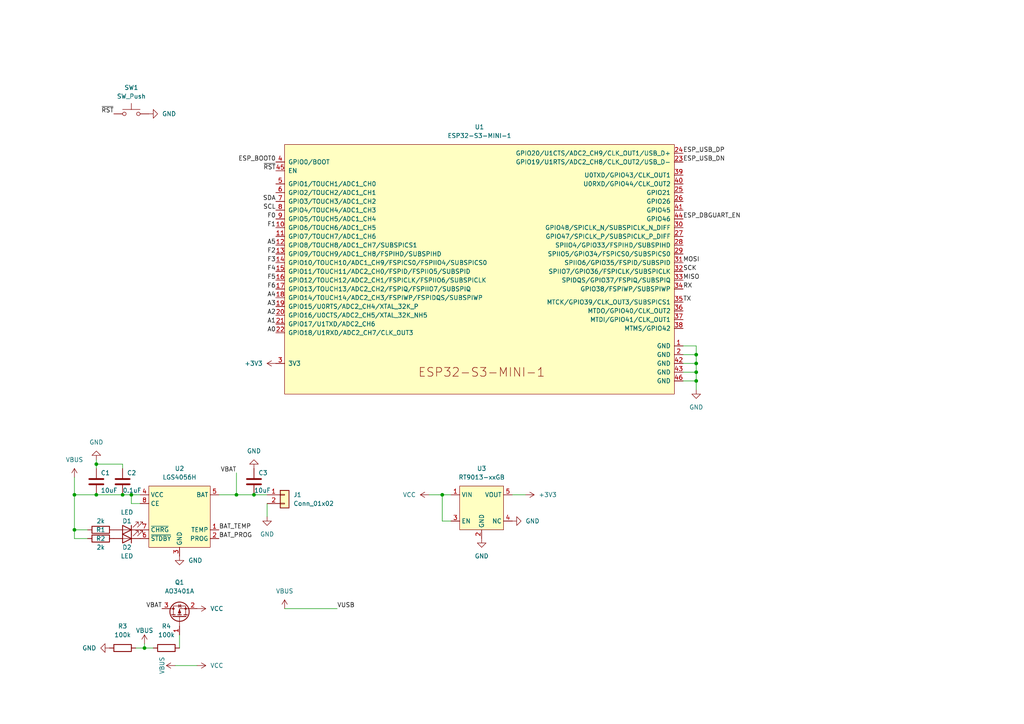
<source format=kicad_sch>
(kicad_sch (version 20211123) (generator eeschema)
  (paper "A4")
  (lib_symbols
    (symbol "Connector_Generic:Conn_01x02" (pin_names (offset 1.016) hide)
      (property "Reference" "J" (at 0 2.54 0))
      (property "Value" "Conn_01x02" (at 0 -5.08 0))
      (symbol "Conn_01x02_1_1"
        (rectangle (start -1.27 -2.413) (end 0 -2.667) (stroke (width 0.1524)))
        (rectangle (start -1.27 0.127) (end 0 -0.127) (stroke (width 0.1524)))
        (rectangle (start -1.27 1.27) (end 1.27 -3.81) (stroke (width 0.254)) (fill (type background)))
        (pin passive line (at -5.08 0 0) (length 3.81) (name "Pin_1") (number "1"))
        (pin passive line (at -5.08 -2.54 0) (length 3.81) (name "Pin_2") (number "2"))
      )
    )
    (symbol "Device:C" (pin_numbers hide) (pin_names (offset 0.254))
      (property "Reference" "C" (at 0.635 2.54 0))
      (property "Value" "C" (at 0.635 -2.54 0))
      (symbol "C_0_1"
        (polyline (pts (xy -2.032 -0.762) (xy 2.032 -0.762)) (stroke (width 0.508)))
        (polyline (pts (xy -2.032 0.762) (xy 2.032 0.762)) (stroke (width 0.508)))
      )
      (symbol "C_1_1"
        (pin passive line (at 0 3.81 270) (length 2.794) (name "~") (number "1"))
        (pin passive line (at 0 -3.81 90) (length 2.794) (name "~") (number "2"))
      )
    )
    (symbol "Device:LED" (pin_numbers hide) (pin_names (offset 1.016) hide)
      (property "Reference" "D" (at 0 2.54 0))
      (property "Value" "LED" (at 0 -2.54 0))
      (symbol "LED_0_1"
        (polyline (pts (xy -1.27 -1.27) (xy -1.27 1.27)) (stroke (width 0.254)))
        (polyline (pts (xy -1.27 0) (xy 1.27 0)))
        (polyline (pts (xy 1.27 -1.27) (xy 1.27 1.27) (xy -1.27 0) (xy 1.27 -1.27)) (stroke (width 0.254)))
        (polyline (pts (xy -3.048 -0.762) (xy -4.572 -2.286) (xy -3.81 -2.286) (xy -4.572 -2.286) (xy -4.572 -1.524)))
        (polyline (pts (xy -1.778 -0.762) (xy -3.302 -2.286) (xy -2.54 -2.286) (xy -3.302 -2.286) (xy -3.302 -1.524)))
      )
      (symbol "LED_1_1"
        (pin passive line (at -3.81 0 0) (length 2.54) (name "K") (number "1"))
        (pin passive line (at 3.81 0 180) (length 2.54) (name "A") (number "2"))
      )
    )
    (symbol "Device:R" (pin_numbers hide) (pin_names (offset 0))
      (property "Reference" "R" (at 2.032 0 90))
      (property "Value" "R" (at 0 0 90))
      (symbol "R_0_1"
        (rectangle (start -1.016 -2.54) (end 1.016 2.54) (stroke (width 0.254)))
      )
      (symbol "R_1_1"
        (pin passive line (at 0 3.81 270) (length 1.27) (name "~") (number "1"))
        (pin passive line (at 0 -3.81 90) (length 1.27) (name "~") (number "2"))
      )
    )
    (symbol "Espressif:ESP32-S3-MINI-1" (pin_names (offset 1.016))
      (property "Reference" "U" (at 0 35.56 0))
      (property "Value" "ESP32-S3-MINI-1" (at 0 -39.37 0))
      (symbol "ESP32-S3-MINI-1_0_0"
        (rectangle (start -57.15 34.29) (end 55.88 -38.1) (fill (type background)))
        (text "ESP32-S3-MINI-1" (at 0 -31.75 0) (effects (font (size 2.54 2.54))))
        (pin power_in line (at 58.42 -24.13 180) (length 2.54) (name "GND") (number "1"))
        (pin bidirectional line (at -59.69 10.16 0) (length 2.54) (name "GPIO6/TOUCH6/ADC1_CH5") (number "10"))
        (pin bidirectional line (at -59.69 7.62 0) (length 2.54) (name "GPIO7/TOUCH7/ADC1_CH6") (number "11"))
        (pin bidirectional line (at -59.69 5.08 0) (length 2.54) (name "GPIO8/TOUCH8/ADC1_CH7/SUBSPICS1") (number "12"))
        (pin bidirectional line (at -59.69 2.54 0) (length 2.54) (name "GPIO9/TOUCH9/ADC1_CH8/FSPIHD/SUBSPIHD") (number "13"))
        (pin bidirectional line (at -59.69 0 0) (length 2.54) (name "GPIO10/TOUCH10/ADC1_CH9/FSPICS0/FSPIIO4/SUBSPICS0") (number "14"))
        (pin bidirectional line (at -59.69 -2.54 0) (length 2.54) (name "GPIO11/TOUCH11/ADC2_CH0/FSPID/FSPIIO5/SUBSPID") (number "15"))
        (pin bidirectional line (at -59.69 -5.08 0) (length 2.54) (name "GPIO12/TOUCH12/ADC2_CH1/FSPICLK/FSPIIO6/SUBSPICLK") (number "16"))
        (pin bidirectional line (at -59.69 -7.62 0) (length 2.54) (name "GPIO13/TOUCH13/ADC2_CH2/FSPIQ/FSPIIO7/SUBSPIQ") (number "17"))
        (pin bidirectional line (at -59.69 -10.16 0) (length 2.54) (name "GPIO14/TOUCH14/ADC2_CH3/FSPIWP/FSPIDQS/SUBSPIWP") (number "18"))
        (pin bidirectional line (at -59.69 -12.7 0) (length 2.54) (name "GPIO15/U0RTS/ADC2_CH4/XTAL_32K_P") (number "19"))
        (pin power_in line (at 58.42 -26.67 180) (length 2.54) (name "GND") (number "2"))
        (pin bidirectional line (at -59.69 -15.24 0) (length 2.54) (name "GPIO16/U0CTS/ADC2_CH5/XTAL_32K_NH5") (number "20"))
        (pin bidirectional line (at -59.69 -17.78 0) (length 2.54) (name "GPIO17/U1TXD/ADC2_CH6") (number "21"))
        (pin bidirectional line (at -59.69 -20.32 0) (length 2.54) (name "GPIO18/U1RXD/ADC2_CH7/CLK_OUT3") (number "22"))
        (pin bidirectional line (at 58.42 29.21 180) (length 2.54) (name "GPIO19/U1RTS/ADC2_CH8/CLK_OUT2/USB_D-") (number "23"))
        (pin bidirectional line (at 58.42 31.75 180) (length 2.54) (name "GPIO20/U1CTS/ADC2_CH9/CLK_OUT1/USB_D+") (number "24"))
        (pin bidirectional line (at 58.42 20.32 180) (length 2.54) (name "GPIO21") (number "25"))
        (pin bidirectional line (at 58.42 17.78 180) (length 2.54) (name "GPIO26") (number "26"))
        (pin bidirectional line (at 58.42 7.62 180) (length 2.54) (name "GPIO47/SPICLK_P/SUBSPICLK_P_DIFF") (number "27"))
        (pin bidirectional line (at 58.42 5.08 180) (length 2.54) (name "SPIIO4/GPIO33/FSPIHD/SUBSPIHD") (number "28"))
        (pin bidirectional line (at 58.42 2.54 180) (length 2.54) (name "SPIIO5/GPIO34/FSPICS0/SUBSPICS0") (number "29"))
        (pin power_in line (at -59.69 -29.21 0) (length 2.54) (name "3V3") (number "3"))
        (pin bidirectional line (at 58.42 10.16 180) (length 2.54) (name "GPIO48/SPICLK_N/SUBSPICLK_N_DIFF") (number "30"))
        (pin bidirectional line (at 58.42 0 180) (length 2.54) (name "SPIIO6/GPIO35/FSPID/SUBSPID") (number "31"))
        (pin bidirectional line (at 58.42 -2.54 180) (length 2.54) (name "SPIIO7/GPIO36/FSPICLK/SUBSPICLK") (number "32"))
        (pin bidirectional line (at 58.42 -5.08 180) (length 2.54) (name "SPIDQS/GPIO37/FSPIQ/SUBSPIQ") (number "33"))
        (pin bidirectional line (at 58.42 -7.62 180) (length 2.54) (name "GPIO38/FSPIWP/SUBSPIWP") (number "34"))
        (pin bidirectional line (at 58.42 -11.43 180) (length 2.54) (name "MTCK/GPIO39/CLK_OUT3/SUBSPICS1") (number "35"))
        (pin bidirectional line (at 58.42 -13.97 180) (length 2.54) (name "MTDO/GPIO40/CLK_OUT2") (number "36"))
        (pin bidirectional line (at 58.42 -16.51 180) (length 2.54) (name "MTDI/GPIO41/CLK_OUT1") (number "37"))
        (pin bidirectional line (at 58.42 -19.05 180) (length 2.54) (name "MTMS/GPIO42") (number "38"))
        (pin bidirectional line (at 58.42 25.4 180) (length 2.54) (name "U0TXD/GPIO43/CLK_OUT1") (number "39"))
        (pin bidirectional line (at -59.69 29.21 0) (length 2.54) (name "GPIO0/BOOT") (number "4"))
        (pin bidirectional line (at 58.42 22.86 180) (length 2.54) (name "U0RXD/GPIO44/CLK_OUT2") (number "40"))
        (pin bidirectional line (at 58.42 15.24 180) (length 2.54) (name "GPIO45") (number "41"))
        (pin power_in line (at 58.42 -29.21 180) (length 2.54) (name "GND") (number "42"))
        (pin power_in line (at 58.42 -31.75 180) (length 2.54) (name "GND") (number "43"))
        (pin bidirectional line (at 58.42 12.7 180) (length 2.54) (name "GPIO46") (number "44"))
        (pin input line (at -59.69 26.67 0) (length 2.54) (name "EN") (number "45"))
        (pin power_in line (at 58.42 -34.29 180) (length 2.54) (name "GND") (number "46"))
        (pin bidirectional line (at -59.69 22.86 0) (length 2.54) (name "GPIO1/TOUCH1/ADC1_CH0") (number "5"))
        (pin bidirectional line (at -59.69 20.32 0) (length 2.54) (name "GPIO2/TOUCH2/ADC1_CH1") (number "6"))
        (pin bidirectional line (at -59.69 17.78 0) (length 2.54) (name "GPIO3/TOUCH3/ADC1_CH2") (number "7"))
        (pin bidirectional line (at -59.69 15.24 0) (length 2.54) (name "GPIO4/TOUCH4/ADC1_CH3") (number "8"))
        (pin bidirectional line (at -59.69 12.7 0) (length 2.54) (name "GPIO5/TOUCH5/ADC1_CH4") (number "9"))
      )
    )
    (symbol "Power_Management:TP4056"
      (property "Reference" "U" (at 0 12.7 0))
      (property "Value" "TP4056" (at 0 10.16 0))
      (symbol "TP4056_0_1"
        (rectangle (start -8.89 8.89) (end 8.89 -8.89) (fill (type background)))
      )
      (symbol "TP4056_1_1"
        (pin input line (at 11.43 -3.81 180) (length 2.54) (name "TEMP") (number "1"))
        (pin bidirectional line (at 11.43 -6.35 180) (length 2.54) (name "PROG") (number "2"))
        (pin power_in line (at 0 -11.43 90) (length 2.54) (name "GND") (number "3"))
        (pin power_in line (at -11.43 6.35 0) (length 2.54) (name "VCC") (number "4"))
        (pin output line (at 11.43 6.35 180) (length 2.54) (name "BAT") (number "5"))
        (pin output line (at -11.43 -6.35 0) (length 2.54) (name "~{STDBY}") (number "6"))
        (pin output line (at -11.43 -3.81 0) (length 2.54) (name "~{CHRG}") (number "7"))
        (pin input line (at -11.43 3.81 0) (length 2.54) (name "CE") (number "8"))
      )
    )
    (symbol "Regulator_Linear:RT9013-xxGB"
      (property "Reference" "U" (at 0 10.16 0))
      (property "Value" "RT9013-xxGB" (at 0 7.62 0))
      (symbol "RT9013-xxGB_0_1"
        (rectangle (start -6.35 6.35) (end 6.35 -6.35) (fill (type background)))
      )
      (symbol "RT9013-xxGB_1_1"
        (pin power_in line (at -8.89 3.81 0) (length 2.54) (name "VIN") (number "1"))
        (pin power_in line (at 0 -8.89 90) (length 2.54) (name "GND") (number "2"))
        (pin input line (at -8.89 -3.81 0) (length 2.54) (name "EN") (number "3"))
        (pin free line (at 8.89 -3.81 180) (length 2.54) (name "NC") (number "4"))
        (pin power_out line (at 8.89 3.81 180) (length 2.54) (name "VOUT") (number "5"))
      )
    )
    (symbol "Switch:SW_Push" (pin_numbers hide) (pin_names (offset 1.016) hide)
      (property "Reference" "SW" (at 1.27 2.54 0))
      (property "Value" "SW_Push" (at 0 -1.524 0))
      (symbol "SW_Push_0_1"
        (circle (center -2.032 0) (radius 0.508))
        (polyline (pts (xy 0 1.27) (xy 0 3.048)))
        (polyline (pts (xy 2.54 1.27) (xy -2.54 1.27)))
        (circle (center 2.032 0) (radius 0.508))
        (pin passive line (at -5.08 0 0) (length 2.54) (name "1") (number "1"))
        (pin passive line (at 5.08 0 180) (length 2.54) (name "2") (number "2"))
      )
    )
    (symbol "Transistor_FET:AO3401A" (pin_names hide)
      (property "Reference" "Q" (at 5.08 1.905 0))
      (property "Value" "AO3401A" (at 5.08 0 0))
      (symbol "AO3401A_0_1"
        (polyline (pts (xy 0.254 0) (xy -2.54 0)))
        (polyline (pts (xy 0.254 1.905) (xy 0.254 -1.905)) (stroke (width 0.254)))
        (polyline (pts (xy 0.762 -1.27) (xy 0.762 -2.286)) (stroke (width 0.254)))
        (polyline (pts (xy 0.762 0.508) (xy 0.762 -0.508)) (stroke (width 0.254)))
        (polyline (pts (xy 0.762 2.286) (xy 0.762 1.27)) (stroke (width 0.254)))
        (polyline (pts (xy 2.54 2.54) (xy 2.54 1.778)))
        (polyline (pts (xy 2.54 -2.54) (xy 2.54 0) (xy 0.762 0)))
        (polyline (pts (xy 0.762 1.778) (xy 3.302 1.778) (xy 3.302 -1.778) (xy 0.762 -1.778)))
        (polyline (pts (xy 2.286 0) (xy 1.27 0.381) (xy 1.27 -0.381) (xy 2.286 0)) (fill (type outline)))
        (polyline (pts (xy 2.794 -0.508) (xy 2.921 -0.381) (xy 3.683 -0.381) (xy 3.81 -0.254)))
        (polyline (pts (xy 3.302 -0.381) (xy 2.921 0.254) (xy 3.683 0.254) (xy 3.302 -0.381)))
        (circle (center 1.651 0) (radius 2.794) (stroke (width 0.254)))
        (circle (center 2.54 -1.778) (radius 0.254) (fill (type outline)))
        (circle (center 2.54 1.778) (radius 0.254) (fill (type outline)))
      )
      (symbol "AO3401A_1_1"
        (pin input line (at -5.08 0 0) (length 2.54) (name "G") (number "1"))
        (pin passive line (at 2.54 -5.08 90) (length 2.54) (name "S") (number "2"))
        (pin passive line (at 2.54 5.08 270) (length 2.54) (name "D") (number "3"))
      )
    )
    (symbol "power:+3V3" (power) (pin_names (offset 0))
      (property "Value" "+3V3" (at 0 3.556 0))
      (symbol "+3V3_0_1"
        (polyline (pts (xy -0.762 1.27) (xy 0 2.54)))
        (polyline (pts (xy 0 0) (xy 0 2.54)))
        (polyline (pts (xy 0 2.54) (xy 0.762 1.27)))
      )
      (symbol "+3V3_1_1"
        (pin power_in line (at 0 0 90) (length 0) hide (name "+3V3") (number "1"))
      )
    )
    (symbol "power:GND" (power) (pin_names (offset 0))
      (property "Value" "GND" (at 0 -3.81 0))
      (symbol "GND_0_1"
        (polyline (pts (xy 0 0) (xy 0 -1.27) (xy 1.27 -1.27) (xy 0 -2.54) (xy -1.27 -1.27) (xy 0 -1.27)))
      )
      (symbol "GND_1_1"
        (pin power_in line (at 0 0 270) (length 0) hide (name "GND") (number "1"))
      )
    )
    (symbol "power:VBUS" (power) (pin_names (offset 0))
      (property "Value" "VBUS" (at 0 3.81 0))
      (symbol "VBUS_0_1"
        (polyline (pts (xy -0.762 1.27) (xy 0 2.54)))
        (polyline (pts (xy 0 0) (xy 0 2.54)))
        (polyline (pts (xy 0 2.54) (xy 0.762 1.27)))
      )
      (symbol "VBUS_1_1"
        (pin power_in line (at 0 0 90) (length 0) hide (name "VBUS") (number "1"))
      )
    )
    (symbol "power:VCC" (power) (pin_names (offset 0))
      (property "Value" "VCC" (at 0 3.81 0))
      (symbol "VCC_0_1"
        (polyline (pts (xy -0.762 1.27) (xy 0 2.54)))
        (polyline (pts (xy 0 0) (xy 0 2.54)))
        (polyline (pts (xy 0 2.54) (xy 0.762 1.27)))
      )
      (symbol "VCC_1_1"
        (pin power_in line (at 0 0 90) (length 0) hide (name "VCC") (number "1"))
      )
    )
  )
  (junction (at 128.27 143.51))
  (junction (at 35.56 143.51))
  (junction (at 27.94 134.62))
  (junction (at 201.93 110.49))
  (junction (at 21.59 143.51))
  (junction (at 73.66 143.51))
  (junction (at 201.93 105.41))
  (junction (at 27.94 143.51))
  (junction (at 38.1 143.51))
  (junction (at 41.91 187.96))
  (junction (at 201.93 102.87))
  (junction (at 21.59 153.67))
  (junction (at 68.58 143.51))
  (junction (at 201.93 107.95))
  (wire (pts (xy 128.27 143.51) (xy 130.81 143.51)))
  (wire (pts (xy 27.94 134.62) (xy 27.94 135.89)))
  (wire (pts (xy 21.59 143.51) (xy 21.59 138.43)))
  (wire (pts (xy 198.12 100.33) (xy 201.93 100.33)))
  (wire (pts (xy 21.59 153.67) (xy 21.59 143.51)))
  (wire (pts (xy 152.4 143.51) (xy 148.59 143.51)))
  (wire (pts (xy 41.91 187.96) (xy 39.37 187.96)))
  (wire (pts (xy 201.93 102.87) (xy 201.93 105.41)))
  (wire (pts (xy 35.56 143.51) (xy 38.1 143.51)))
  (wire (pts (xy 50.8 193.04) (xy 57.15 193.04)))
  (wire (pts (xy 27.94 133.35) (xy 27.94 134.62)))
  (wire (pts (xy 41.91 187.96) (xy 44.45 187.96)))
  (wire (pts (xy 40.64 143.51) (xy 38.1 143.51)))
  (wire (pts (xy 25.4 156.21) (xy 21.59 156.21)))
  (wire (pts (xy 68.58 143.51) (xy 73.66 143.51)))
  (wire (pts (xy 35.56 135.89) (xy 35.56 134.62)))
  (wire (pts (xy 68.58 137.16) (xy 68.58 143.51)))
  (wire (pts (xy 63.5 143.51) (xy 68.58 143.51)))
  (wire (pts (xy 40.64 146.05) (xy 38.1 146.05)))
  (wire (pts (xy 198.12 105.41) (xy 201.93 105.41)))
  (wire (pts (xy 130.81 151.13) (xy 128.27 151.13)))
  (wire (pts (xy 41.91 186.69) (xy 41.91 187.96)))
  (wire (pts (xy 73.66 143.51) (xy 77.47 143.51)))
  (wire (pts (xy 201.93 107.95) (xy 201.93 110.49)))
  (wire (pts (xy 25.4 153.67) (xy 21.59 153.67)))
  (wire (pts (xy 201.93 110.49) (xy 201.93 113.03)))
  (wire (pts (xy 27.94 143.51) (xy 35.56 143.51)))
  (wire (pts (xy 201.93 100.33) (xy 201.93 102.87)))
  (wire (pts (xy 198.12 102.87) (xy 201.93 102.87)))
  (wire (pts (xy 38.1 146.05) (xy 38.1 143.51)))
  (wire (pts (xy 21.59 143.51) (xy 27.94 143.51)))
  (wire (pts (xy 52.07 184.15) (xy 52.07 187.96)))
  (wire (pts (xy 27.94 134.62) (xy 35.56 134.62)))
  (wire (pts (xy 77.47 149.86) (xy 77.47 146.05)))
  (wire (pts (xy 198.12 107.95) (xy 201.93 107.95)))
  (wire (pts (xy 198.12 110.49) (xy 201.93 110.49)))
  (wire (pts (xy 21.59 156.21) (xy 21.59 153.67)))
  (wire (pts (xy 124.46 143.51) (xy 128.27 143.51)))
  (wire (pts (xy 201.93 105.41) (xy 201.93 107.95)))
  (wire (pts (xy 128.27 151.13) (xy 128.27 143.51)))
  (wire (pts (xy 82.55 176.53) (xy 97.79 176.53)))
  (label "ESP_BOOT0" (at 80.01 46.99 180))
  (label "SCK" (at 198.12 78.74 0))
  (label "~{RST}" (at 33.02 33.02 180))
  (label "RX" (at 198.12 83.82 0))
  (label "~{RST}" (at 80.01 49.53 180))
  (label "BAT_PROG" (at 63.5 156.21 0))
  (label "ESP_USB_DN" (at 198.12 46.99 0))
  (label "A2" (at 80.01 91.44 180))
  (label "A5" (at 80.01 71.12 180))
  (label "F0" (at 80.01 63.5 180))
  (label "F3" (at 80.01 76.2 180))
  (label "VBAT" (at 46.99 176.53 180))
  (label "MISO" (at 198.12 81.28 0))
  (label "A3" (at 80.01 88.9 180))
  (label "F1" (at 80.01 66.04 180))
  (label "ESP_DBGUART_EN" (at 198.12 63.5 0))
  (label "SCL" (at 80.01 60.96 180))
  (label "A4" (at 80.01 86.36 180))
  (label "F6" (at 80.01 83.82 180))
  (label "A0" (at 80.01 96.52 180))
  (label "MOSI" (at 198.12 76.2 0))
  (label "VBAT" (at 68.58 137.16 180))
  (label "SDA" (at 80.01 58.42 180))
  (label "F2" (at 80.01 73.66 180))
  (label "F5" (at 80.01 81.28 180))
  (label "VUSB" (at 97.79 176.53 0))
  (label "A1" (at 80.01 93.98 180))
  (label "TX" (at 198.12 87.63 0))
  (label "ESP_USB_DP" (at 198.12 44.45 0))
  (label "BAT_TEMP" (at 63.5 153.67 0))
  (label "F4" (at 80.01 78.74 180))
  (symbol (lib_id "power:GND") (at 139.7 156.21 0) (unit 1)
    (property "Reference" "#PWR0105" (effects hide))
    (property "Value" "GND" (at 139.7 161.29 0))
  )
  (symbol (lib_id "Device:C") (at 27.94 139.7 0) (unit 1)
    (property "Reference" "C1" (at 29.21 137.16 0) (effects (justify left)))
    (property "Value" "10uF" (at 29.21 142.24 0) (effects (justify left)))
    (property "Footprint" "Capacitor_SMD:C_0603_1608Metric" (effects hide))
  )
  (symbol (lib_id "power:GND") (at 27.94 133.35 180) (unit 1)
    (property "Reference" "#PWR07" (effects hide))
    (property "Value" "GND" (at 27.94 128.27 0))
  )
  (symbol (lib_id "power:GND") (at 52.07 161.29 0) (unit 1)
    (property "Reference" "#PWR08" (effects hide))
    (property "Value" "GND" (at 54.61 162.5599 0) (effects (justify left)))
  )
  (symbol (lib_id "Device:C") (at 73.66 139.7 0) (unit 1)
    (property "Reference" "C3" (at 74.93 137.16 0) (effects (justify left)))
    (property "Value" "10uF" (at 73.66 142.24 0) (effects (justify left)))
    (property "Footprint" "Capacitor_SMD:C_0603_1608Metric" (effects hide))
  )
  (symbol (lib_id "power:VBUS") (at 82.55 176.53 0) (unit 1)
    (property "Reference" "#PWR?" (effects hide))
    (property "Value" "VBUS" (at 82.55 171.45 0))
  )
  (symbol (lib_id "power:GND") (at 201.93 113.03 0) (unit 1)
    (property "Reference" "#PWR0102" (effects hide))
    (property "Value" "GND" (at 201.93 118.11 0))
  )
  (symbol (lib_id "power:GND") (at 73.66 135.89 180) (unit 1)
    (property "Reference" "#PWR09" (effects hide))
    (property "Value" "GND" (at 73.66 130.81 0))
  )
  (symbol (lib_id "Device:R") (at 29.21 156.21 90) (unit 1)
    (property "Reference" "R2" (at 29.21 156.21 90))
    (property "Value" "2k" (at 29.21 158.75 90))
    (property "Footprint" "Resistor_SMD:R_0402_1005Metric" (effects hide))
  )
  (symbol (lib_id "Device:R") (at 48.26 187.96 90) (unit 1)
    (property "Reference" "R4" (at 48.26 181.61 90))
    (property "Value" "100k" (at 48.26 184.15 90))
  )
  (symbol (lib_id "power:GND") (at 77.47 149.86 0) (unit 1)
    (property "Reference" "#PWR06" (effects hide))
    (property "Value" "GND" (at 77.47 154.94 0))
  )
  (symbol (lib_id "power:VBUS") (at 50.8 193.04 90) (unit 1)
    (property "Reference" "#PWR0108" (effects hide))
    (property "Value" "VBUS" (at 46.99 195.58 0) (effects (justify left)))
  )
  (symbol (lib_id "Device:R") (at 35.56 187.96 90) (unit 1)
    (property "Reference" "R3" (at 35.56 181.61 90))
    (property "Value" "100k" (at 35.56 184.15 90))
  )
  (symbol (lib_id "power:+3V3") (at 80.01 105.41 90) (unit 1)
    (property "Reference" "#PWR0101" (effects hide))
    (property "Value" "+3V3" (at 76.2 105.4099 90) (effects (justify left)))
  )
  (symbol (lib_id "Regulator_Linear:RT9013-xxGB") (at 139.7 147.32 0) (unit 1)
    (property "Reference" "U3" (at 139.7 135.89 0))
    (property "Value" "RT9013-xxGB" (at 139.7 138.43 0))
    (property "Footprint" "Package_TO_SOT_SMD:SOT-23-5" (effects hide))
  )
  (symbol (lib_id "power:VCC") (at 57.15 193.04 270) (unit 1)
    (property "Reference" "#PWR0107" (effects hide))
    (property "Value" "VCC" (at 60.96 193.0399 90) (effects (justify left)))
  )
  (symbol (lib_id "Espressif:ESP32-S3-MINI-1") (at 139.7 76.2 0) (unit 1)
    (property "Reference" "U1" (at 139.065 36.83 0))
    (property "Value" "ESP32-S3-MINI-1" (at 139.065 39.37 0))
    (property "Footprint" "Espressif:ESP32-S3-MINI-1" (effects hide))
    (property "Datasheet" "https://www.espressif.com/sites/default/files/documentation/esp32-s3-mini-1_mini-1u_datasheet_en.pdf" (effects hide))
  )
  (symbol (lib_id "Switch:SW_Push") (at 38.1 33.02 0) (unit 1)
    (property "Reference" "SW1" (at 38.1 25.4 0))
    (property "Value" "SW_Push" (at 38.1 27.94 0))
    (property "Footprint" "Button_Switch_SMD:SW_SPST_B3U-3000P" (effects hide))
  )
  (symbol (lib_id "power:GND") (at 148.59 151.13 90) (unit 1)
    (property "Reference" "#PWR0106" (effects hide))
    (property "Value" "GND" (at 152.4 151.1299 90) (effects (justify right)))
  )
  (symbol (lib_id "power:GND") (at 31.75 187.96 270) (unit 1)
    (property "Reference" "#PWR02" (effects hide))
    (property "Value" "GND" (at 27.94 187.9599 90) (effects (justify right)))
  )
  (symbol (lib_id "power:+3V3") (at 152.4 143.51 270) (unit 1)
    (property "Reference" "#PWR0104" (effects hide))
    (property "Value" "+3V3" (at 156.21 143.5099 90) (effects (justify left)))
  )
  (symbol (lib_id "Connector_Generic:Conn_01x02") (at 82.55 143.51 0) (unit 1)
    (property "Reference" "J1" (at 85.09 143.5099 0) (effects (justify left)))
    (property "Value" "Conn_01x02" (at 85.09 146.0499 0) (effects (justify left)))
    (property "Footprint" "Connector_JST:JST_PH_S2B-PH-SM4-TB_1x02-1MP_P2.00mm_Horizontal" (effects hide))
  )
  (symbol (lib_id "Device:R") (at 29.21 153.67 90) (unit 1)
    (property "Reference" "R1" (at 29.21 153.67 90))
    (property "Value" "2k" (at 29.21 151.13 90))
    (property "Footprint" "Resistor_SMD:R_0402_1005Metric" (effects hide))
  )
  (symbol (lib_id "power:VCC") (at 57.15 176.53 270) (unit 1)
    (property "Reference" "#PWR05" (effects hide))
    (property "Value" "VCC" (at 60.96 176.5299 90) (effects (justify left)))
  )
  (symbol (lib_id "Transistor_FET:AO3401A") (at 52.07 179.07 90) (unit 1)
    (property "Reference" "Q1" (at 52.07 168.91 90))
    (property "Value" "AO3401A" (at 52.07 171.45 90))
    (property "Footprint" "Package_TO_SOT_SMD:SOT-23" (effects hide))
    (property "Datasheet" "http://www.aosmd.com/pdfs/datasheet/AO3401A.pdf" (effects hide))
  )
  (symbol (lib_id "power:VCC") (at 124.46 143.51 90) (unit 1)
    (property "Reference" "#PWR0103" (effects hide))
    (property "Value" "VCC" (at 120.65 143.5099 90) (effects (justify left)))
  )
  (symbol (lib_id "Device:LED") (at 36.83 153.67 180) (unit 1)
    (property "Reference" "D1" (at 36.83 151.13 0))
    (property "Value" "LED" (at 36.83 148.59 0))
    (property "Footprint" "LED_SMD:LED_0402_1005Metric" (effects hide))
  )
  (symbol (lib_id "power:VBUS") (at 21.59 138.43 0) (unit 1)
    (property "Reference" "#PWR01" (effects hide))
    (property "Value" "VBUS" (at 21.59 133.35 0))
  )
  (symbol (lib_id "Device:LED") (at 36.83 156.21 180) (unit 1)
    (property "Reference" "D2" (at 36.83 158.75 0))
    (property "Value" "LED" (at 36.83 161.29 0))
    (property "Footprint" "LED_SMD:LED_0402_1005Metric" (effects hide))
  )
  (symbol (lib_id "Power_Management:TP4056") (at 52.07 149.86 0) (unit 1)
    (property "Reference" "U2" (at 52.07 135.89 0))
    (property "Value" "LGS4056H" (at 52.07 138.43 0))
    (property "Footprint" "Package_DFN_QFN:DFN-8-1EP_2x2mm_P0.5mm_EP0.9x1.5mm" (effects hide))
  )
  (symbol (lib_id "Device:C") (at 35.56 139.7 0) (unit 1)
    (property "Reference" "C2" (at 36.83 137.16 0) (effects (justify left)))
    (property "Value" "0.1uF" (at 35.56 142.24 0) (effects (justify left)))
    (property "Footprint" "Capacitor_SMD:C_0603_1608Metric" (effects hide))
  )
  (symbol (lib_id "power:GND") (at 43.18 33.02 90) (unit 1)
    (property "Reference" "#PWR04" (effects hide))
    (property "Value" "GND" (at 46.99 33.0199 90) (effects (justify right)))
  )
  (symbol (lib_id "power:VBUS") (at 41.91 186.69 0) (unit 1)
    (property "Reference" "#PWR03" (effects hide))
    (property "Value" "VBUS" (at 39.37 182.88 0) (effects (justify left)))
  )
)
</source>
